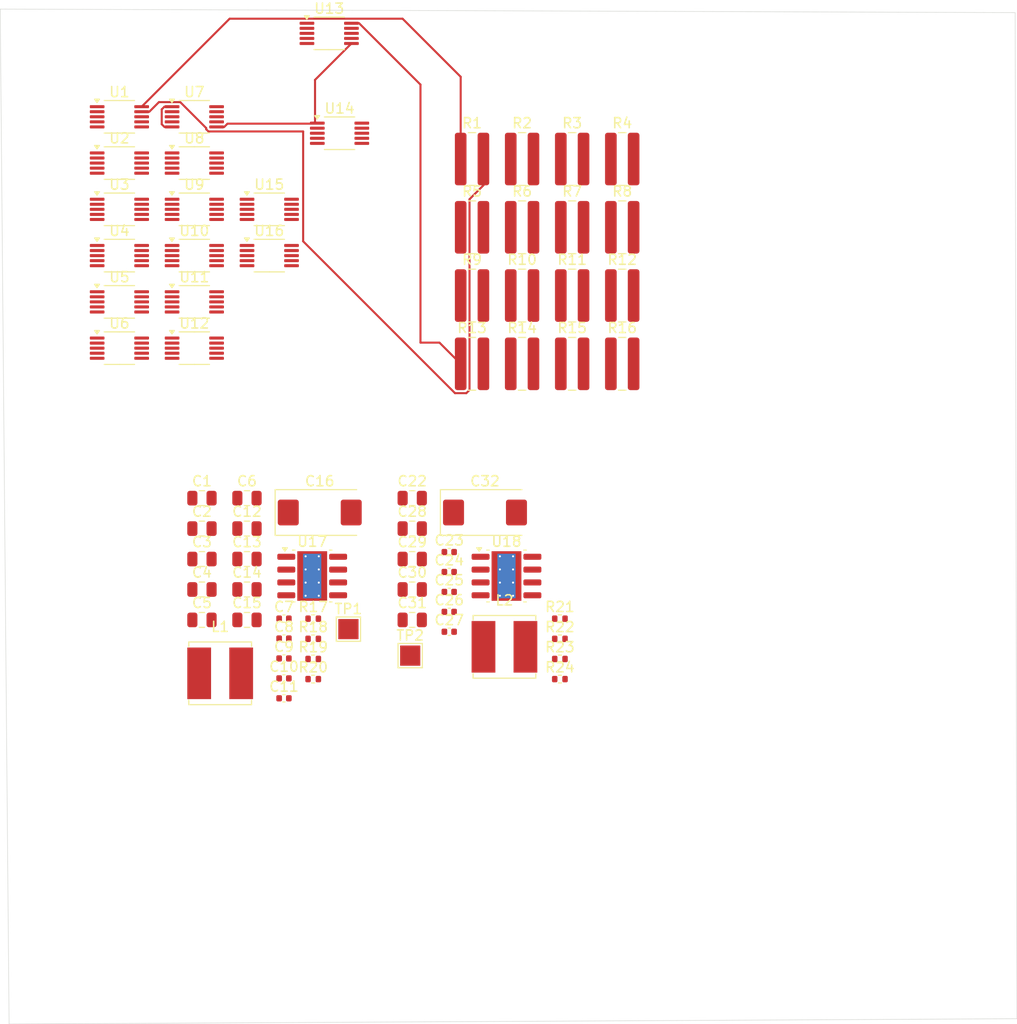
<source format=kicad_pcb>
(kicad_pcb (version 20240108) (generator "pcbnew") (generator_version "8.0")
  (layers (0 "F.Cu" signal) (31 "B.Cu" signal) (34 "B.Paste" user) (35 "F.Paste" user) (36 "B.SilkS" user "B.Silkscreen") (37 "F.SilkS" user "F.Silkscreen") (38 "B.Mask" user) (39 "F.Mask" user) (44 "Edge.Cuts" user))
  (net 0 "")
  (net 1 "/3v3_psu/bat in +")
  (net 2 "GND")
  (net 3 "Net-(U17-BST)")
  (net 4 "Net-(C7-Pad1)")
  (net 5 "Net-(U17-SS)")
  (net 6 "Net-(U17-COMP)")
  (net 7 "Net-(C10-Pad1)")
  (net 8 "Net-(U17-FB)")
  (net 9 "/5V_psu/5V_psu +")
  (net 10 "Net-(U18-BST)")
  (net 11 "Net-(C23-Pad1)")
  (net 12 "Net-(U18-SS)")
  (net 13 "Net-(U18-COMP)")
  (net 14 "Net-(C26-Pad1)")
  (net 15 "/3v3_psu/3V3_psu")
  (net 16 "Net-(U18-FB)")
  (net 17 "Net-(U17-SW)")
  (net 18 "Net-(U18-SW)")
  (net 19 "/INA226/-1000000")
  (net 20 "/INA226/+1000000")
  (net 21 "/INA226/-1000100")
  (net 22 "/INA226/+1000100")
  (net 23 "/4pcs TMC2240/M3+")
  (net 24 "/4pcs TMC2240/M4+")
  (net 25 "/4pcs TMC2240/M2+")
  (net 26 "/INA226/+1000101")
  (net 27 "/INA226/-1000101")
  (net 28 "/INA226/+1001001")
  (net 29 "/INA226/-1001101")
  (net 30 "/INA226/+1001101")
  (net 31 "/INA226/-1000110")
  (net 32 "/INA226/+1000110")
  (net 33 "/INA226/-1001010")
  (net 34 "/INA226/+1001010")
  (net 35 "/INA226/-1001110")
  (net 36 "/INA226/+1001110")
  (net 37 "/INA226/-1000011")
  (net 38 "/INA226/+1000011")
  (net 39 "/INA226/+1000111")
  (net 40 "/INA226/+1001011")
  (net 41 "/INA226/-1001011")
  (net 42 "/INA226/-1001111")
  (net 43 "/INA226/+1001111")
  (net 44 "5V1")
  (net 45 "INA226_SCL")
  (net 46 "/INA226/alert out")
  (net 47 "INA226_SDA")
  (footprint "Capacitor_SMD:C_0402_1005Metric" (layer "F.Cu") (at 152.02 119.645)
    (property "Reference" "C26")
    (property "Value" "1.2nF")
  )
  (footprint "Capacitor_SMD:C_0805_2012Metric" (layer "F.Cu") (at 132.02 111.415)
    (property "Reference" "C12")
    (property "Value" "10u")
  )
  (footprint "Resistor_SMD:R_0402_1005Metric" (layer "F.Cu") (at 138.57 124.305)
    (property "Reference" "R19")
    (property "Value" "12K 1%")
  )
  (footprint "Capacitor_SMD:C_0805_2012Metric" (layer "F.Cu") (at 132.02 117.435)
    (property "Reference" "C14")
    (property "Value" "10u")
  )
  (footprint "Resistor_SMD:R_1020_2550Metric" (layer "F.Cu") (at 164.175 88.375)
    (property "Reference" "R11")
    (property "Value" "0.025Ω")
  )
  (footprint "Package_SO:VSSOP-10_3x3mm_P0.5mm" (layer "F.Cu") (at 119.405 70.7)
    (property "Reference" "U1")
    (property "Value" "INA226")
  )
  (footprint "Package_SO:VSSOP-10_3x3mm_P0.5mm" (layer "F.Cu") (at 119.405 84.425)
    (property "Reference" "U4")
    (property "Value" "INA226")
  )
  (footprint "TestPoint:TestPoint_Pad_2.0x2.0mm" (layer "F.Cu") (at 148.16 123.975)
    (property "Reference" "TP2")
    (property "Value" "TestPoint")
  )
  (footprint "TestPoint:TestPoint_Pad_2.0x2.0mm" (layer "F.Cu") (at 142.05 121.355)
    (property "Reference" "TP1")
    (property "Value" "TestPoint")
  )
  (footprint "Capacitor_SMD:C_0805_2012Metric" (layer "F.Cu") (at 148.36 120.445)
    (property "Reference" "C31")
    (property "Value" "10u")
  )
  (footprint "Package_SO:VSSOP-10_3x3mm_P0.5mm" (layer "F.Cu") (at 126.815 93.575)
    (property "Reference" "U12")
    (property "Value" "INA226")
  )
  (footprint "Package_SO:VSSOP-10_3x3mm_P0.5mm" (layer "F.Cu") (at 119.405 75.275)
    (property "Reference" "U2")
    (property "Value" "INA226")
  )
  (footprint "Inductor_SMD:L_Bourns_SRN6045TA" (layer "F.Cu") (at 129.37 125.725)
    (property "Reference" "L1")
    (property "Value" "SRN6045TA-3R3Y")
  )
  (footprint "Package_SO:VSSOP-10_3x3mm_P0.5mm" (layer "F.Cu") (at 119.405 89)
    (property "Reference" "U5")
    (property "Value" "INA226")
  )
  (footprint "Resistor_SMD:R_0402_1005Metric" (layer "F.Cu") (at 138.57 120.325)
    (property "Reference" "R17")
    (property "Value" "10R")
  )
  (footprint "Inductor_SMD:L_Bourns_SRN6045TA" (layer "F.Cu") (at 157.48 123.105)
    (property "Reference" "L2")
    (property "Value" "SRN6045TA-3R3Y")
  )
  (footprint "Capacitor_SMD:C_0402_1005Metric" (layer "F.Cu") (at 135.68 120.315)
    (property "Reference" "C7")
    (property "Value" "100n")
  )
  (footprint "Resistor_SMD:R_0402_1005Metric" (layer "F.Cu") (at 162.96 124.305)
    (property "Reference" "R23")
    (property "Value" "10K 1%")
  )
  (footprint "Capacitor_SMD:C_0402_1005Metric" (layer "F.Cu") (at 152.02 117.675)
    (property "Reference" "C25")
    (property "Value" "nf")
  )
  (footprint "Resistor_SMD:R_0402_1005Metric" (layer "F.Cu") (at 162.96 126.295)
    (property "Reference" "R24")
    (property "Value" "3K 1%")
  )
  (footprint "Resistor_SMD:R_1020_2550Metric" (layer "F.Cu") (at 164.175 81.625)
    (property "Reference" "R7")
    (property "Value" "0.025Ω")
  )
  (footprint "Resistor_SMD:R_1020_2550Metric" (layer "F.Cu") (at 164.175 95.125)
    (property "Reference" "R15")
    (property "Value" "0.025Ω")
  )
  (footprint "Capacitor_SMD:C_0805_2012Metric" (layer "F.Cu") (at 127.57 120.445)
    (property "Reference" "C5")
    (property "Value" "10u 35v")
  )
  (footprint "Package_SO:VSSOP-10_3x3mm_P0.5mm" (layer "F.Cu") (at 134.225 84.425)
    (property "Reference" "U16")
    (property "Value" "INA226")
  )
  (footprint "Resistor_SMD:R_0402_1005Metric" (layer "F.Cu") (at 162.96 120.325)
    (property "Reference" "R21")
    (property "Value" "10R")
  )
  (footprint "Capacitor_SMD:C_0402_1005Metric" (layer "F.Cu") (at 135.68 122.285)
    (property "Reference" "C8")
    (property "Value" "100n")
  )
  (footprint "Resistor_SMD:R_1020_2550Metric" (layer "F.Cu") (at 154.275 74.875)
    (property "Reference" "R1")
    (property "Value" "0.025Ω")
  )
  (footprint "Package_SO:VSSOP-10_3x3mm_P0.5mm" (layer "F.Cu") (at 126.815 79.85)
    (property "Reference" "U9")
    (property "Value" "INA226")
  )
  (footprint "Capacitor_Tantalum_SMD:CP_EIA-7343-31_Kemet-D" (layer "F.Cu") (at 139.215 109.825)
    (property "Reference" "C16")
    (property "Value" "100uF")
  )
  (footprint "Resistor_SMD:R_1020_2550Metric" (layer "F.Cu") (at 169.125 74.875)
    (property "Reference" "R4")
    (property "Value" "0.025Ω")
  )
  (footprint "Capacitor_SMD:C_0402_1005Metric" (layer "F.Cu") (at 152.02 113.735)
    (property "Reference" "C23")
    (property "Value" "100n")
  )
  (footprint "Capacitor_SMD:C_0805_2012Metric" (layer "F.Cu") (at 132.02 120.445)
    (property "Reference" "C15")
    (property "Value" "10u")
  )
  (footprint "Resistor_SMD:R_1020_2550Metric" (layer "F.Cu") (at 169.125 88.375)
    (property "Reference" "R12")
    (property "Value" "0.025Ω")
  )
  (footprint "Capacitor_SMD:C_0805_2012Metric" (layer "F.Cu") (at 148.36 108.405)
    (property "Reference" "C22")
    (property "Value" "100uF 16V")
  )
  (footprint "Capacitor_Tantalum_SMD:CP_EIA-7343-31_Kemet-D" (layer "F.Cu") (at 155.555 109.825)
    (property "Reference" "C32")
    (property "Value" "100uF")
  )
  (footprint "Resistor_SMD:R_0402_1005Metric" (layer "F.Cu") (at 138.57 122.315)
    (property "Reference" "R18")
    (property "Value" "20K 1%")
  )
  (footprint "Capacitor_SMD:C_0402_1005Metric" (layer "F.Cu") (at 152.02 121.615)
    (property "Reference" "C27")
    (property "Value" "nf")
  )
  (footprint "Resistor_SMD:R_1020_2550Metric" (layer "F.Cu") (at 159.225 95.125)
    (property "Reference" "R14")
    (property "Value" "0.025Ω")
  )
  (footprint "Resistor_SMD:R_1020_2550Metric" (layer "F.Cu") (at 169.125 81.625)
    (property "Reference" "R8")
    (property "Value" "0.025Ω")
  )
  (footprint "Package_SO:VSSOP-10_3x3mm_P0.5mm" (layer "F.Cu") (at 134.225 79.85)
    (property "Reference" "U15")
    (property "Value" "INA226")
  )
  (footprint "Package_SO:VSSOP-10_3x3mm_P0.5mm" (layer "F.Cu") (at 141.175 72.325)
    (property "Reference" "U14")
    (property "Value" "INA226")
  )
  (footprint "Capacitor_SMD:C_0805_2012Metric" (layer "F.Cu") (at 148.36 117.435)
    (property "Reference" "C30")
    (property "Value" "10u")
  )
  (footprint "Capacitor_SMD:C_0805_2012Metric" (layer "F.Cu") (at 127.57 114.425)
    (property "Reference" "C3")
    (property "Value" "10u 35v")
  )
  (footprint "Capacitor_SMD:C_0805_2012Metric" (layer "F.Cu") (at 127.57 108.405)
    (property "Reference" "C1")
    (property "Value" "10u 35v")
  )
  (footprint "Package_SO:VSSOP-10_3x3mm_P0.5mm" (layer "F.Cu") (at 126.815 70.7)
    (property "Reference" "U7")
    (property "Value" "INA226")
  )
  (footprint "Capacitor_SMD:C_0805_2012Metric" (layer "F.Cu") (at 132.02 108.405)
    (property "Reference" "C6")
    (property "Value" "10u 35v")
  )
  (footprint "Resistor_SMD:R_1020_2550Metric" (layer "F.Cu") (at 159.225 81.625)
    (property "Reference" "R6")
    (property "Value" "0.025Ω")
  )
  (footprint "Resistor_SMD:R_0402_1005Metric" (layer "F.Cu") (at 162.96 122.315)
    (property "Reference" "R22")
    (property "Value" "20K 1%")
  )
  (footprint "Resistor_SMD:R_1020_2550Metric" (layer "F.Cu") (at 154.275 88.375)
    (property "Reference" "R9")
    (property "Value" "0.025Ω")
  )
  (footprint "Package_SO:VSSOP-10_3x3mm_P0.5mm" (layer "F.Cu") (at 119.405 93.575)
    (property "Reference" "U6")
    (property "Value" "INA226")
  )
  (footprint "Resistor_SMD:R_1020_2550Metric" (layer "F.Cu") (at 154.275 95.125)
    (property "Reference" "R13")
    (property "Value" "0.025Ω")
  )
  (footprint "Package_SO:SOIC-8-1EP_3.9x4.9mm_P1.27mm_EP2.95x4.9mm_Mask2.71x3.4mm_ThermalVias" (layer "F.Cu") (at 138.47 116.105)
    (property "Reference" "U17")
    (property "Value" "AP64501SP-13")
  )
  (footprint "Resistor_SMD:R_0402_1005Metric" (layer "F.Cu") (at 138.57 126.295)
    (property "Reference" "R20")
    (property "Value" "2.2K 1%")
  )
  (footprint "Resistor_SMD:R_1020_2550Metric" (layer "F.Cu") (at 154.275 81.625)
    (property "Reference" "R5")
    (property "Value" "0.025Ω")
  )
  (footprint "Capacitor_SMD:C_0805_2012Metric" (layer "F.Cu") (at 132.02 114.425)
    (property "Reference" "C13")
    (property "Value" "10u")
  )
  (footprint "Resistor_SMD:R_1020_2550Metric" (layer "F.Cu") (at 159.225 74.875)
    (property "Reference" "R2")
    (property "Value" "0.025Ω")
  )
  (footprint "Capacitor_SMD:C_0402_1005Metric" (layer "F.Cu") (at 135.68 124.255)
    (property "Reference" "C9")
    (property "Value" "nf")
  )
  (footprint "Package_SO:VSSOP-10_3x3mm_P0.5mm" (layer "F.Cu") (at 126.815 89)
    (property "Reference" "U11")
    (property "Value" "INA226")
  )
  (footprint "Package_SO:VSSOP-10_3x3mm_P0.5mm" (layer "F.Cu") (at 140.15 62.45)
    (property "Reference" "U13")
    (property "Value" "INA226")
  )
  (footprint "Capacitor_SMD:C_0402_1005Metric" (layer "F.Cu") (at 135.68 128.195)
    (property "Reference" "C11")
    (property "Value" "nf")
  )
  (footprint "Resistor_SMD:R_1020_2550Metric" (layer "F.Cu") (at 164.175 74.875)
    (property "Reference" "R3")
    (property "Value" "0.025Ω")
  )
  (footprint "Capacitor_SMD:C_0805_2012Metric" (layer "F.Cu") (at 148.36 111.415)
    (property "Reference" "C28")
    (property "Value" "10u")
  )
  (footprint "Package_SO:VSSOP-10_3x3mm_P0.5mm" (layer "F.Cu") (at 126.815 75.275)
    (property "Reference" "U8")
    (property "Value" "INA226")
  )
  (footprint "Resistor_SMD:R_1020_2550Metric" (layer "F.Cu") (at 169.125 95.125)
    (property "Reference" "R16")
    (property "Value" "0.025Ω")
  )
  (footprint "Package_SO:SOIC-8-1EP_3.9x4.9mm_P1.27mm_EP2.95x4.9mm_Mask2.71x3.4mm_ThermalVias" (layer "F.Cu") (at 157.68 116.105)
    (property "Reference" "U18")
    (property "Value" "AP64501SP-13")
  )
  (footprint "Capacitor_SMD:C_0402_1005Metric" (layer "F.Cu") (at 135.68 126.225)
    (property "Reference" "C10")
    (property "Value" "1.2nF")
  )
  (footprint "Capacitor_SMD:C_0805_2012Metric" (layer "F.Cu") (at 127.57 111.415)
    (property "Reference" "C2")
    (property "Value" "10u 35v")
  )
  (footprint "Package_SO:VSSOP-10_3x3mm_P0.5mm" (layer "F.Cu") (at 119.405 79.85)
    (property "Reference" "U3")
    (property "Value" "INA226")
  )
  (footprint "Capacitor_SMD:C_0805_2012Metric" (layer "F.Cu") (at 127.57 117.435)
    (property "Reference" "C4")
    (property "Value" "10u 35v")
  )
  (footprint "Capacitor_SMD:C_0805_2012Metric" (layer "F.Cu") (at 148.36 114.425)
    (property "Reference" "C29")
    (property "Value" "10u")
  )
  (footprint "Resistor_SMD:R_1020_2550Metric" (layer "F.Cu") (at 159.225 88.375)
    (property "Reference" "R10")
    (property "Value" "0.025Ω")
  )
  (footprint "Capacitor_SMD:C_0402_1005Metric" (layer "F.Cu") (at 152.02 115.705)
    (property "Reference" "C24")
    (property "Value" "100n")
  )
  (footprint "Package_SO:VSSOP-10_3x3mm_P0.5mm" (layer "F.Cu") (at 126.815 84.425)
    (property "Reference" "U10")
    (property "Value" "INA226")
  )
  (gr_line (start 207.975 60.4) (end 107.625 60.05) (stroke (width 0.05)) (layer "Edge.Cuts"))
  (gr_line (start 108.5 160.4) (end 208.15 159.875) (stroke (width 0.05)) (layer "Edge.Cuts"))
  (gr_line (start 107.625 60.05) (end 108.5 160.4) (stroke (width 0.05)) (layer "Edge.Cuts"))
  (gr_line (start 208.15 159.875) (end 207.975 60.4) (stroke (width 0.05)) (layer "Edge.Cuts"))
  (segment (start 154.025 78.85) (end 154.025 97.709744) (width 0.2) (layer "F.Cu") (net 19))
  (segment (start 155.4 77.475) (end 154.025 78.85) (width 0.2) (layer "F.Cu") (net 19))
  (segment (start 137.575 72.15) (end 128.20759 72.15) (width 0.2) (layer "F.Cu") (net 19))
  (segment (start 127.99 71.81759) (end 125.42241 69.25) (width 0.2) (layer "F.Cu") (net 19))
  (segment (start 123.31241 69.25) (end 122.36241 70.2) (width 0.2) (layer "F.Cu") (net 19))
  (segment (start 127.99 71.93241) (end 127.99 71.81759) (width 0.2) (layer "F.Cu") (net 19))
  (segment (start 152.590256 98.025) (end 137.575 83.009744) (width 0.2) (layer "F.Cu") (net 19))
  (segment (start 154.025 97.709744) (end 153.709744 98.025) (width 0.2) (layer "F.Cu") (net 19))
  (segment (start 128.20759 72.15) (end 127.99 71.93241) (width 0.2) (layer "F.Cu") (net 19))
  (segment (start 125.42241 69.25) (end 123.31241 69.25) (width 0.2) (layer "F.Cu") (net 19))
  (segment (start 122.36241 70.2) (end 121.605 70.2) (width 0.2) (layer "F.Cu") (net 19))
  (segment (start 155.4 74.875) (end 155.4 77.475) (width 0.2) (layer "F.Cu") (net 19))
  (segment (start 153.709744 98.025) (end 152.590256 98.025) (width 0.2) (layer "F.Cu") (net 19))
  (segment (start 137.575 83.009744) (end 137.575 72.15) (width 0.2) (layer "F.Cu") (net 19))
  (segment (start 153.15 66.744421) (end 147.405579 61) (width 0.2) (layer "F.Cu") (net 20))
  (segment (start 147.405579 61) (end 130.305 61) (width 0.2) (layer "F.Cu") (net 20))
  (segment (start 153.15 74.875) (end 153.15 66.744421) (width 0.2) (layer "F.Cu") (net 20))
  (segment (start 130.305 61) (end 121.605 69.7) (width 0.2) (layer "F.Cu") (net 20))
  (segment (start 142.35 61.45) (end 143.10741 61.45) (width 0.2) (layer "F.Cu") (net 38))
  (segment (start 149.175 67.51759) (end 149.175 93.025) (width 0.2) (layer "F.Cu") (net 38))
  (segment (start 143.10741 61.45) (end 149.175 67.51759) (width 0.2) (layer "F.Cu") (net 38))
  (segment (start 149.175 93.025) (end 151.05 93.025) (width 0.2) (layer "F.Cu") (net 38))
  (segment (start 151.05 93.025) (end 153.15 95.125) (width 0.2) (layer "F.Cu") (net 38))
  (segment (start 138.75 71.375) (end 130.09741 71.375) (width 0.2) (layer "F.Cu") (net 44))
  (segment (start 142.35 63.45) (end 138.75 67.05) (width 0.2) (layer "F.Cu") (net 44))
  (segment (start 130.09741 71.375) (end 129.77241 71.7) (width 0.2) (layer "F.Cu") (net 44))
  (segment (start 138.75 67.05) (end 138.75 71.375) (width 0.2) (layer "F.Cu") (net 44))
  (segment (start 129.77241 71.7) (end 129.015 71.7) (width 0.2) (layer "F.Cu") (net 44))
  (segment (start 123.59 69.96759) (end 123.85759 69.7) (width 0.2) (layer "F.Cu") (net 47))
  (segment (start 123.85759 71.7) (end 123.59 71.43241) (width 0.2) (layer "F.Cu") (net 47))
  (segment (start 123.59 71.43241) (end 123.59 69.96759) (width 0.2) (layer "F.Cu") (net 47))
  (segment (start 123.85759 69.7) (end 124.615 69.7) (width 0.2) (layer "F.Cu") (net 47))
  (segment (start 124.615 71.7) (end 123.85759 71.7) (width 0.2) (layer "F.Cu") (net 47))
)
</source>
